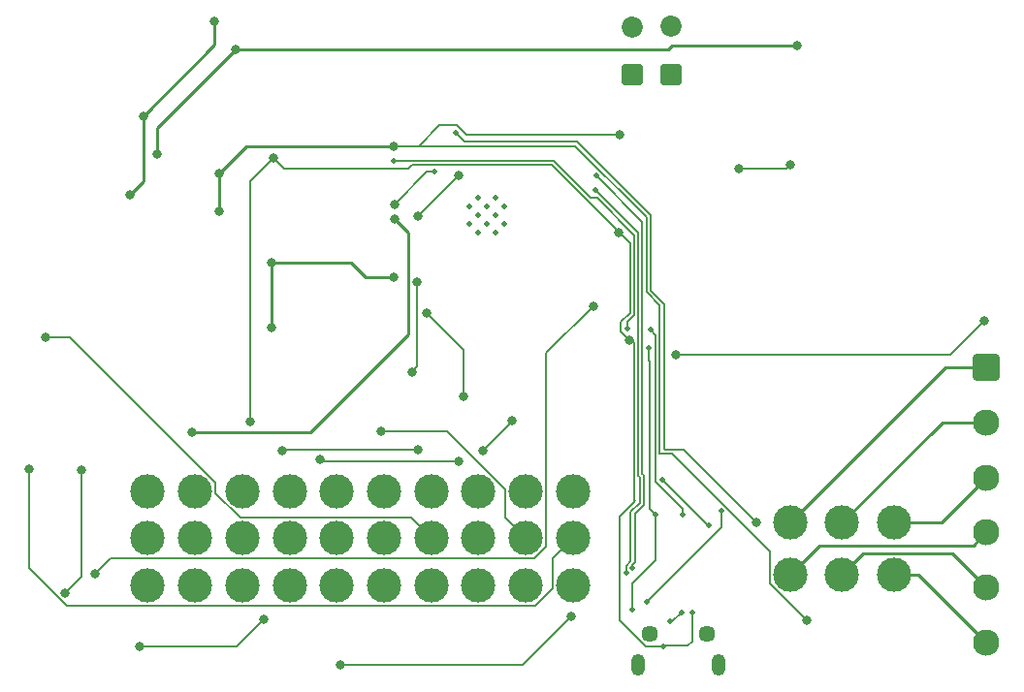
<source format=gbr>
%TF.GenerationSoftware,KiCad,Pcbnew,(6.0.10)*%
%TF.CreationDate,2023-04-25T21:53:47+02:00*%
%TF.ProjectId,sabvoton-controller,73616276-6f74-46f6-9e2d-636f6e74726f,rev?*%
%TF.SameCoordinates,Original*%
%TF.FileFunction,Copper,L2,Bot*%
%TF.FilePolarity,Positive*%
%FSLAX46Y46*%
G04 Gerber Fmt 4.6, Leading zero omitted, Abs format (unit mm)*
G04 Created by KiCad (PCBNEW (6.0.10)) date 2023-04-25 21:53:47*
%MOMM*%
%LPD*%
G01*
G04 APERTURE LIST*
G04 Aperture macros list*
%AMRoundRect*
0 Rectangle with rounded corners*
0 $1 Rounding radius*
0 $2 $3 $4 $5 $6 $7 $8 $9 X,Y pos of 4 corners*
0 Add a 4 corners polygon primitive as box body*
4,1,4,$2,$3,$4,$5,$6,$7,$8,$9,$2,$3,0*
0 Add four circle primitives for the rounded corners*
1,1,$1+$1,$2,$3*
1,1,$1+$1,$4,$5*
1,1,$1+$1,$6,$7*
1,1,$1+$1,$8,$9*
0 Add four rect primitives between the rounded corners*
20,1,$1+$1,$2,$3,$4,$5,0*
20,1,$1+$1,$4,$5,$6,$7,0*
20,1,$1+$1,$6,$7,$8,$9,0*
20,1,$1+$1,$8,$9,$2,$3,0*%
G04 Aperture macros list end*
%TA.AperFunction,ComponentPad*%
%ADD10RoundRect,0.250000X0.675000X-0.675000X0.675000X0.675000X-0.675000X0.675000X-0.675000X-0.675000X0*%
%TD*%
%TA.AperFunction,ComponentPad*%
%ADD11C,1.850000*%
%TD*%
%TA.AperFunction,ComponentPad*%
%ADD12O,1.200000X1.900000*%
%TD*%
%TA.AperFunction,ComponentPad*%
%ADD13C,1.450000*%
%TD*%
%TA.AperFunction,ComponentPad*%
%ADD14RoundRect,0.250001X-0.899999X0.899999X-0.899999X-0.899999X0.899999X-0.899999X0.899999X0.899999X0*%
%TD*%
%TA.AperFunction,ComponentPad*%
%ADD15C,2.300000*%
%TD*%
%TA.AperFunction,ComponentPad*%
%ADD16C,3.000000*%
%TD*%
%TA.AperFunction,HeatsinkPad*%
%ADD17C,0.475000*%
%TD*%
%TA.AperFunction,ViaPad*%
%ADD18C,0.800000*%
%TD*%
%TA.AperFunction,ViaPad*%
%ADD19C,0.500000*%
%TD*%
%TA.AperFunction,Conductor*%
%ADD20C,0.250000*%
%TD*%
%TA.AperFunction,Conductor*%
%ADD21C,0.150000*%
%TD*%
%TA.AperFunction,Conductor*%
%ADD22C,0.200000*%
%TD*%
G04 APERTURE END LIST*
D10*
%TO.P,J7,1,Pin_1*%
%TO.N,BATTERY_TEMP*%
X146650000Y-63030000D03*
D11*
%TO.P,J7,2,Pin_2*%
%TO.N,B-*%
X146650000Y-58830000D03*
%TD*%
D10*
%TO.P,J6,1,Pin_1*%
%TO.N,CONTROLLER_TEMP*%
X150100000Y-63000000D03*
D11*
%TO.P,J6,2,Pin_2*%
%TO.N,B-*%
X150100000Y-58800000D03*
%TD*%
D12*
%TO.P,J8,6,Shield*%
%TO.N,B-*%
X154200000Y-114537500D03*
D13*
X148200000Y-111837500D03*
D12*
X147200000Y-114537500D03*
D13*
X153200000Y-111837500D03*
%TD*%
D14*
%TO.P,J3,1,Pin_1*%
%TO.N,Net-(J1-Pad1)*%
X177600000Y-88600000D03*
D15*
%TO.P,J3,2,Pin_2*%
%TO.N,Net-(J1-Pad2)*%
X177600000Y-93400000D03*
%TO.P,J3,3,Pin_3*%
%TO.N,Net-(J1-Pad3)*%
X177600000Y-98200000D03*
%TO.P,J3,4,Pin_4*%
%TO.N,Net-(J1-Pad4)*%
X177600000Y-103000000D03*
%TO.P,J3,5,Pin_5*%
%TO.N,ENGINE_SENSOR*%
X177600000Y-107800000D03*
%TO.P,J3,6,Pin_6*%
%TO.N,Net-(J1-Pad6)*%
X177600000Y-112600000D03*
%TD*%
D16*
%TO.P,J1,1,Pin_1*%
%TO.N,Net-(J1-Pad1)*%
X160500000Y-102150000D03*
%TO.P,J1,2,Pin_2*%
%TO.N,Net-(J1-Pad2)*%
X165000000Y-102150000D03*
%TO.P,J1,3,Pin_3*%
%TO.N,Net-(J1-Pad3)*%
X169500000Y-102150000D03*
%TO.P,J1,4,Pin_4*%
%TO.N,Net-(J1-Pad4)*%
X160500000Y-106650000D03*
%TO.P,J1,5,Pin_5*%
%TO.N,ENGINE_SENSOR*%
X165000000Y-106650000D03*
%TO.P,J1,6,Pin_6*%
%TO.N,Net-(J1-Pad6)*%
X169500000Y-106650000D03*
%TD*%
D17*
%TO.P,U1,39,GND*%
%TO.N,B-*%
X133177500Y-75290000D03*
X134702500Y-75290000D03*
X133940000Y-74527500D03*
X133940000Y-76052500D03*
X132415000Y-74527500D03*
X135465000Y-76052500D03*
X133177500Y-76815000D03*
X133177500Y-73765000D03*
X134702500Y-73765000D03*
X132415000Y-76052500D03*
X135465000Y-74527500D03*
X134702500Y-76815000D03*
%TD*%
D16*
%TO.P,J2,1,Pin_1*%
%TO.N,unconnected-(J2-Pad1)*%
X104375000Y-99375000D03*
%TO.P,J2,2,Pin_2*%
%TO.N,PROGRAMMING_BB*%
X108500000Y-99375000D03*
%TO.P,J2,3,Pin_3*%
%TO.N,GEAR_LOW*%
X112625000Y-99375000D03*
%TO.P,J2,4,Pin_4*%
%TO.N,GEAR_HIGH*%
X116750000Y-99375000D03*
%TO.P,J2,5,Pin_5*%
%TO.N,unconnected-(J2-Pad5)*%
X120875000Y-99375000D03*
%TO.P,J2,6,Pin_6*%
%TO.N,unconnected-(J2-Pad6)*%
X125000000Y-99375000D03*
%TO.P,J2,7,Pin_7*%
%TO.N,unconnected-(J2-Pad7)*%
X129125000Y-99375000D03*
%TO.P,J2,8,Pin_8*%
%TO.N,unconnected-(J2-Pad8)*%
X133250000Y-99375000D03*
%TO.P,J2,9,Pin_9*%
%TO.N,unconnected-(J2-Pad9)*%
X137375000Y-99375000D03*
%TO.P,J2,10,Pin_10*%
%TO.N,unconnected-(J2-Pad10)*%
X141500000Y-99375000D03*
%TO.P,J2,11,Pin_11*%
%TO.N,B+*%
X104375000Y-103500000D03*
%TO.P,J2,12,Pin_12*%
%TO.N,PROGRAMMING_BY*%
X108500000Y-103500000D03*
%TO.P,J2,13,Pin_13*%
%TO.N,PROGRAMMING_GB*%
X112625000Y-103500000D03*
%TO.P,J2,14,Pin_14*%
%TO.N,PROGRAMMING_RB*%
X116750000Y-103500000D03*
%TO.P,J2,15,Pin_15*%
%TO.N,unconnected-(J2-Pad15)*%
X120875000Y-103500000D03*
%TO.P,J2,16,Pin_16*%
%TO.N,unconnected-(J2-Pad16)*%
X125000000Y-103500000D03*
%TO.P,J2,17,Pin_17*%
%TO.N,B-*%
X129125000Y-103500000D03*
%TO.P,J2,18,Pin_18*%
X133250000Y-103500000D03*
%TO.P,J2,19,Pin_19*%
%TO.N,THROTTLE*%
X137375000Y-103500000D03*
%TO.P,J2,20,Pin_20*%
%TO.N,IGNITION*%
X141500000Y-103500000D03*
%TO.P,J2,21,Pin_21*%
%TO.N,unconnected-(J2-Pad21)*%
X104375000Y-107625000D03*
%TO.P,J2,22,Pin_22*%
%TO.N,unconnected-(J2-Pad22)*%
X108500000Y-107625000D03*
%TO.P,J2,23,Pin_23*%
%TO.N,unconnected-(J2-Pad23)*%
X112625000Y-107625000D03*
%TO.P,J2,24,Pin_24*%
%TO.N,SOFT_START_A*%
X116750000Y-107625000D03*
%TO.P,J2,25,Pin_25*%
%TO.N,unconnected-(J2-Pad25)*%
X120875000Y-107625000D03*
%TO.P,J2,26,Pin_26*%
%TO.N,SOFT_START_B*%
X125000000Y-107625000D03*
%TO.P,J2,27,Pin_27*%
%TO.N,B-*%
X129125000Y-107625000D03*
%TO.P,J2,28,Pin_28*%
X133250000Y-107625000D03*
%TO.P,J2,29,Pin_29*%
%TO.N,unconnected-(J2-Pad29)*%
X137375000Y-107625000D03*
%TO.P,J2,30,Pin_30*%
%TO.N,unconnected-(J2-Pad30)*%
X141500000Y-107625000D03*
%TD*%
D18*
%TO.N,5V*%
X145500000Y-76760000D03*
%TO.N,12V*%
X161080000Y-60490000D03*
%TO.N,3.3V*%
X160480000Y-70890000D03*
X156000000Y-71230000D03*
%TO.N,BATTERY_TEMP*%
X127925000Y-75325000D03*
X131480000Y-71770000D03*
%TO.N,3.3V*%
X145550000Y-68260000D03*
%TO.N,5V*%
X150470000Y-87480000D03*
X146451091Y-86208909D03*
X177420000Y-84470000D03*
%TO.N,PROGRAMMING_RB*%
X114485000Y-110605000D03*
X103690000Y-112990000D03*
%TO.N,SWITCH_LOW*%
X128750000Y-83850000D03*
X131950000Y-91092500D03*
%TO.N,B-*%
X95410000Y-85950000D03*
%TO.N,GEAR_HIGH*%
X136180000Y-93180000D03*
X133630000Y-95820000D03*
X131550000Y-96740000D03*
X119440000Y-96640000D03*
%TO.N,GEAR_LOW*%
X116150000Y-95850000D03*
X127970000Y-95800000D03*
%TO.N,SWITCH_SOFT_START*%
X141360000Y-110340000D03*
X121207500Y-114590000D03*
%TO.N,IGNITION*%
X94000000Y-97490000D03*
%TO.N,POWER_SWITCH*%
X143290000Y-83190000D03*
X99790000Y-106570000D03*
%TO.N,THROTTLE_OUTPUT*%
X127900000Y-81100000D03*
X127420000Y-88980000D03*
%TO.N,Net-(Q1-Pad3)*%
X97130000Y-108300000D03*
X98580000Y-97500000D03*
%TO.N,THROTTLE*%
X124755000Y-94145000D03*
%TO.N,5V*%
X113280000Y-93330000D03*
%TO.N,ENGINE_SENSOR*%
X157530000Y-102140000D03*
D19*
X131230000Y-68110000D03*
X129400000Y-71450000D03*
D18*
%TO.N,3.3V*%
X161920000Y-110660000D03*
%TO.N,12V*%
X112040000Y-60830000D03*
X105200000Y-69980000D03*
%TO.N,5V*%
X115320000Y-70240000D03*
D19*
%TO.N,EN*%
X125880000Y-70500000D03*
X146240000Y-85220000D03*
X148150000Y-86850000D03*
X148720000Y-101450000D03*
X146670000Y-109770000D03*
%TO.N,BOOT*%
X151070000Y-101400000D03*
X148290000Y-85290000D03*
%TO.N,Net-(Q6-Pad1)*%
X149260000Y-98370000D03*
X153330000Y-102360000D03*
%TO.N,Net-(Q6-Pad2)*%
X154440000Y-101090000D03*
X147920000Y-109050000D03*
%TO.N,RXD*%
X146695501Y-106066255D03*
%TO.N,TXD*%
X146130000Y-106490000D03*
X143450000Y-73050000D03*
%TO.N,RXD*%
X143500000Y-71800000D03*
%TO.N,Net-(J8-Pad2)*%
X150949500Y-109950000D03*
X149997824Y-110774440D03*
%TO.N,5V*%
X151910000Y-109990000D03*
X149400000Y-112920000D03*
D18*
%TO.N,ENGINE_SENSOR*%
X125900000Y-74300000D03*
%TO.N,Net-(CFF2-Pad1)*%
X102800000Y-73500000D03*
X104000000Y-66600000D03*
X110200000Y-58300000D03*
%TO.N,3.3V*%
X110600000Y-74900000D03*
X125870000Y-69220000D03*
X110600000Y-71600000D03*
%TO.N,BATTERY_VOLTAGE*%
X108200000Y-94250000D03*
X125900000Y-75600000D03*
%TO.N,1.8V*%
X115200000Y-79400000D03*
X115200000Y-85100000D03*
X125870000Y-80650000D03*
%TD*%
D20*
%TO.N,12V*%
X150177767Y-60490000D02*
X161080000Y-60490000D01*
X149837767Y-60830000D02*
X150177767Y-60490000D01*
X112040000Y-60830000D02*
X149837767Y-60830000D01*
D21*
%TO.N,3.3V*%
X160140000Y-71230000D02*
X160480000Y-70890000D01*
X156000000Y-71230000D02*
X160140000Y-71230000D01*
%TO.N,BATTERY_TEMP*%
X127925000Y-75325000D02*
X131480000Y-71770000D01*
%TO.N,3.3V*%
X131350000Y-67420000D02*
X129820000Y-67420000D01*
X141690000Y-69220000D02*
X128020000Y-69220000D01*
X132190000Y-68260000D02*
X131350000Y-67420000D01*
X128020000Y-69220000D02*
X125870000Y-69220000D01*
X145550000Y-68260000D02*
X132190000Y-68260000D01*
X129820000Y-67420000D02*
X128020000Y-69220000D01*
D22*
%TO.N,5V*%
X174410000Y-87480000D02*
X177420000Y-84470000D01*
X150470000Y-87480000D02*
X174410000Y-87480000D01*
X146451091Y-86208909D02*
X145690000Y-85447818D01*
D21*
%TO.N,PROGRAMMING_RB*%
X112100000Y-112990000D02*
X114485000Y-110605000D01*
X103690000Y-112990000D02*
X112100000Y-112990000D01*
%TO.N,SWITCH_LOW*%
X131950000Y-87050000D02*
X128750000Y-83850000D01*
X131950000Y-91092500D02*
X131950000Y-87050000D01*
%TO.N,B-*%
X127350000Y-101725000D02*
X129125000Y-103500000D01*
X112464770Y-101725000D02*
X127350000Y-101725000D01*
X110275000Y-99535230D02*
X112464770Y-101725000D01*
X110275000Y-98639770D02*
X110275000Y-99535230D01*
X97585230Y-85950000D02*
X110275000Y-98639770D01*
X95410000Y-85950000D02*
X97585230Y-85950000D01*
%TO.N,GEAR_HIGH*%
X136180000Y-93270000D02*
X136180000Y-93180000D01*
X133630000Y-95820000D02*
X136180000Y-93270000D01*
X119540000Y-96740000D02*
X119440000Y-96640000D01*
X131550000Y-96740000D02*
X119540000Y-96740000D01*
%TO.N,GEAR_LOW*%
X116200000Y-95800000D02*
X127970000Y-95800000D01*
X116150000Y-95850000D02*
X116200000Y-95800000D01*
%TO.N,SWITCH_SOFT_START*%
X137110000Y-114590000D02*
X141360000Y-110340000D01*
X121207500Y-114590000D02*
X137110000Y-114590000D01*
%TO.N,IGNITION*%
X139725000Y-107865000D02*
X139725000Y-105275000D01*
X139725000Y-105275000D02*
X141500000Y-103500000D01*
X138190000Y-109400000D02*
X139725000Y-107865000D01*
X97275405Y-109400000D02*
X138190000Y-109400000D01*
X94000000Y-106124595D02*
X97275405Y-109400000D01*
X94000000Y-97490000D02*
X94000000Y-106124595D01*
%TO.N,POWER_SWITCH*%
X139150000Y-87330000D02*
X143290000Y-83190000D01*
X139150000Y-104235230D02*
X139150000Y-87330000D01*
X138110230Y-105275000D02*
X139150000Y-104235230D01*
X101085000Y-105275000D02*
X138110230Y-105275000D01*
X99790000Y-106570000D02*
X101085000Y-105275000D01*
%TO.N,THROTTLE_OUTPUT*%
X127900000Y-81100000D02*
X127900000Y-88500000D01*
X127900000Y-88500000D02*
X127420000Y-88980000D01*
%TO.N,Net-(Q1-Pad3)*%
X97130000Y-108300000D02*
X98580000Y-106850000D01*
X98580000Y-106850000D02*
X98580000Y-97500000D01*
%TO.N,THROTTLE*%
X135600000Y-99214770D02*
X135600000Y-101725000D01*
X130530230Y-94145000D02*
X135600000Y-99214770D01*
X135600000Y-101725000D02*
X137375000Y-103500000D01*
X124755000Y-94145000D02*
X130530230Y-94145000D01*
%TO.N,5V*%
X113280000Y-72280000D02*
X115320000Y-70240000D01*
X113280000Y-93330000D02*
X113280000Y-72280000D01*
%TO.N,ENGINE_SENSOR*%
X151120000Y-95730000D02*
X157530000Y-102140000D01*
X150440000Y-95730000D02*
X151120000Y-95730000D01*
X149510000Y-95730000D02*
X150440000Y-95730000D01*
X149450000Y-83040000D02*
X149450000Y-95670000D01*
X148260000Y-75295026D02*
X148260000Y-75530000D01*
X149450000Y-95670000D02*
X149510000Y-95730000D01*
X149220000Y-82810000D02*
X149450000Y-83040000D01*
X141834974Y-68870000D02*
X148260000Y-75295026D01*
X141800000Y-68870000D02*
X141834974Y-68870000D01*
X148260000Y-81850000D02*
X149220000Y-82810000D01*
X131990000Y-68870000D02*
X141800000Y-68870000D01*
X148260000Y-75530000D02*
X148260000Y-81850000D01*
X131230000Y-68110000D02*
X131990000Y-68870000D01*
X128750000Y-71450000D02*
X129400000Y-71450000D01*
X125900000Y-74300000D02*
X128750000Y-71450000D01*
%TO.N,3.3V*%
X147910000Y-75440000D02*
X141690000Y-69220000D01*
X147910000Y-82000000D02*
X147910000Y-75440000D01*
X149080000Y-83170000D02*
X147910000Y-82000000D01*
X149080000Y-96080000D02*
X149080000Y-83170000D01*
X150172463Y-96080000D02*
X149080000Y-96080000D01*
X158725000Y-104632537D02*
X150172463Y-96080000D01*
X158725000Y-107465000D02*
X158725000Y-104632537D01*
X161920000Y-110660000D02*
X158725000Y-107465000D01*
D20*
%TO.N,12V*%
X105200000Y-67670000D02*
X112040000Y-60830000D01*
X105200000Y-69980000D02*
X105200000Y-67670000D01*
D22*
%TO.N,5V*%
X116320000Y-71240000D02*
X115320000Y-70240000D01*
X127090000Y-71240000D02*
X116320000Y-71240000D01*
X127455000Y-70875000D02*
X127090000Y-71240000D01*
X139654670Y-70875000D02*
X127455000Y-70875000D01*
X146485000Y-77705330D02*
X139654670Y-70875000D01*
X146485000Y-83800000D02*
X146485000Y-77705330D01*
X145690000Y-84595000D02*
X146485000Y-83800000D01*
X145690000Y-85447818D02*
X145690000Y-84595000D01*
X146602182Y-86360000D02*
X146451091Y-86208909D01*
X146835000Y-100170000D02*
X146835000Y-86360000D01*
X146935000Y-100270000D02*
X146835000Y-100170000D01*
X145580000Y-101625000D02*
X146935000Y-100270000D01*
X146835000Y-86360000D02*
X146602182Y-86360000D01*
X147832931Y-112920000D02*
X145580000Y-110667069D01*
X149400000Y-112920000D02*
X147832931Y-112920000D01*
X145580000Y-110667069D02*
X145580000Y-101625000D01*
D21*
%TO.N,EN*%
X139810000Y-70500000D02*
X125880000Y-70500000D01*
X143070000Y-73760000D02*
X139810000Y-70500000D01*
X146860000Y-83957715D02*
X146860000Y-77010000D01*
X143610000Y-73760000D02*
X143070000Y-73760000D01*
X146240000Y-84577715D02*
X146860000Y-83957715D01*
X146860000Y-77010000D02*
X143610000Y-73760000D01*
X146240000Y-85220000D02*
X146240000Y-84577715D01*
X148150000Y-87990000D02*
X148220000Y-88060000D01*
X148150000Y-86850000D02*
X148150000Y-87990000D01*
%TO.N,RXD*%
X147560000Y-97875025D02*
X147560000Y-75860000D01*
X147660000Y-97975025D02*
X147560000Y-97875025D01*
X147660000Y-100584974D02*
X147660000Y-97975025D01*
X147560000Y-75860000D02*
X143500000Y-71800000D01*
X146895000Y-105619975D02*
X146895000Y-101349974D01*
X146695501Y-105819474D02*
X146895000Y-105619975D01*
X146895000Y-101349974D02*
X147660000Y-100584974D01*
X146695501Y-106066255D02*
X146695501Y-105819474D01*
%TO.N,TXD*%
X147210000Y-76810000D02*
X143450000Y-73050000D01*
X147210000Y-98020000D02*
X147210000Y-76810000D01*
X146545000Y-101205000D02*
X147310000Y-100440000D01*
X146545000Y-105475000D02*
X146545000Y-101205000D01*
X147310000Y-98120000D02*
X147210000Y-98020000D01*
X146130000Y-105890000D02*
X146545000Y-105475000D01*
X146130000Y-106490000D02*
X146130000Y-105890000D01*
X147310000Y-100440000D02*
X147310000Y-98120000D01*
%TO.N,EN*%
X148220000Y-100950000D02*
X148220000Y-88060000D01*
X148720000Y-101450000D02*
X148220000Y-100950000D01*
%TO.N,BOOT*%
X151070000Y-100922463D02*
X151070000Y-101400000D01*
X148730000Y-98582463D02*
X151070000Y-100922463D01*
X148730000Y-85730000D02*
X148730000Y-98582463D01*
X148290000Y-85290000D02*
X148730000Y-85730000D01*
%TO.N,EN*%
X148680000Y-105410000D02*
X148720000Y-105370000D01*
X148720000Y-105370000D02*
X148720000Y-101450000D01*
X146670000Y-107420000D02*
X148680000Y-105410000D01*
X146670000Y-109770000D02*
X146670000Y-107420000D01*
%TO.N,Net-(Q6-Pad1)*%
X153330000Y-102360000D02*
X153250000Y-102360000D01*
X153250000Y-102360000D02*
X149260000Y-98370000D01*
%TO.N,Net-(Q6-Pad2)*%
X154440000Y-102530000D02*
X154440000Y-101090000D01*
X147920000Y-109050000D02*
X154440000Y-102530000D01*
D22*
%TO.N,Net-(J8-Pad2)*%
X150125060Y-110774440D02*
X150949500Y-109950000D01*
X149997824Y-110774440D02*
X150125060Y-110774440D01*
%TO.N,5V*%
X151900000Y-110000000D02*
X151910000Y-109990000D01*
X151900000Y-112500000D02*
X151900000Y-110000000D01*
X149420000Y-112900000D02*
X151500000Y-112900000D01*
X151500000Y-112900000D02*
X151900000Y-112500000D01*
X149400000Y-112920000D02*
X149420000Y-112900000D01*
D20*
%TO.N,Net-(J1-Pad4)*%
X163000000Y-104150000D02*
X160500000Y-106650000D01*
X176450000Y-104150000D02*
X163000000Y-104150000D01*
X177600000Y-103000000D02*
X176450000Y-104150000D01*
%TO.N,ENGINE_SENSOR*%
X174625000Y-104825000D02*
X177600000Y-107800000D01*
X166825000Y-104825000D02*
X174625000Y-104825000D01*
X165000000Y-106650000D02*
X166825000Y-104825000D01*
%TO.N,Net-(J1-Pad6)*%
X169500000Y-106650000D02*
X171650000Y-106650000D01*
X171650000Y-106650000D02*
X177600000Y-112600000D01*
%TO.N,Net-(J1-Pad3)*%
X173650000Y-102150000D02*
X177600000Y-98200000D01*
X169500000Y-102150000D02*
X173650000Y-102150000D01*
%TO.N,Net-(J1-Pad2)*%
X165000000Y-102150000D02*
X173750000Y-93400000D01*
X173750000Y-93400000D02*
X177600000Y-93400000D01*
%TO.N,Net-(J1-Pad1)*%
X174050000Y-88600000D02*
X177600000Y-88600000D01*
X160500000Y-102150000D02*
X174050000Y-88600000D01*
%TO.N,Net-(CFF2-Pad1)*%
X110200000Y-60400000D02*
X110200000Y-58300000D01*
X104000000Y-66600000D02*
X110200000Y-60400000D01*
X104000000Y-72300000D02*
X102800000Y-73500000D01*
X104000000Y-66600000D02*
X104000000Y-72300000D01*
%TO.N,3.3V*%
X110600000Y-71600000D02*
X110600000Y-74900000D01*
X110600000Y-71600000D02*
X112980000Y-69220000D01*
X112980000Y-69220000D02*
X125870000Y-69220000D01*
%TO.N,BATTERY_VOLTAGE*%
X118550000Y-94250000D02*
X127100000Y-85700000D01*
X127100000Y-85700000D02*
X127100000Y-76800000D01*
X127100000Y-76800000D02*
X125900000Y-75600000D01*
X108200000Y-94250000D02*
X118550000Y-94250000D01*
%TO.N,1.8V*%
X123300000Y-80600000D02*
X123400000Y-80700000D01*
X115200000Y-85100000D02*
X115200000Y-79400000D01*
X123400000Y-80700000D02*
X125900000Y-80700000D01*
X122100000Y-79400000D02*
X123300000Y-80600000D01*
X115200000Y-79400000D02*
X122100000Y-79400000D01*
%TD*%
M02*

</source>
